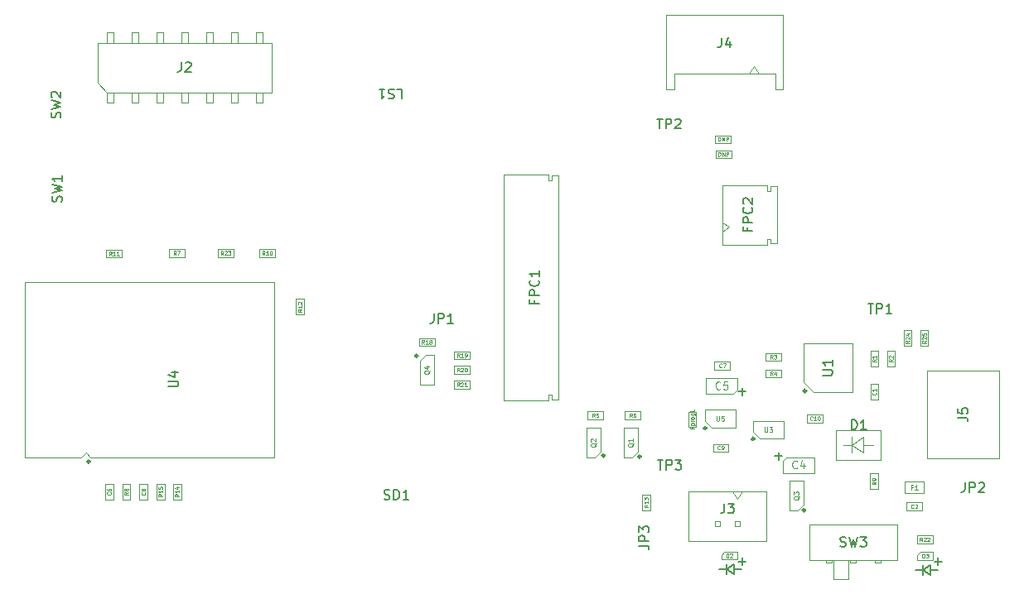
<source format=gbr>
G04 #@! TF.GenerationSoftware,KiCad,Pcbnew,(5.1.6-0)*
G04 #@! TF.CreationDate,2022-04-06T12:43:26+02:00*
G04 #@! TF.ProjectId,ESP32_TFT_bridgedpads,45535033-325f-4544-9654-5f6272696467,rev?*
G04 #@! TF.SameCoordinates,Original*
G04 #@! TF.FileFunction,Other,Fab,Top*
%FSLAX46Y46*%
G04 Gerber Fmt 4.6, Leading zero omitted, Abs format (unit mm)*
G04 Created by KiCad (PCBNEW (5.1.6-0)) date 2022-04-06 12:43:26*
%MOMM*%
%LPD*%
G01*
G04 APERTURE LIST*
%ADD10C,0.250000*%
%ADD11C,0.150000*%
%ADD12C,0.100000*%
%ADD13C,0.060000*%
%ADD14C,0.080000*%
%ADD15C,0.075000*%
%ADD16C,0.120000*%
G04 APERTURE END LIST*
D10*
X45341421Y-83300000D02*
G75*
G03*
X45341421Y-83300000I-141421J0D01*
G01*
X78841421Y-72500000D02*
G75*
G03*
X78841421Y-72500000I-141421J0D01*
G01*
X97941421Y-82700000D02*
G75*
G03*
X97941421Y-82700000I-141421J0D01*
G01*
X101641421Y-82800000D02*
G75*
G03*
X101641421Y-82800000I-141421J0D01*
G01*
X118441421Y-88300000D02*
G75*
G03*
X118441421Y-88300000I-141421J0D01*
G01*
X118541421Y-76100000D02*
G75*
G03*
X118541421Y-76100000I-141421J0D01*
G01*
X108341421Y-79900000D02*
G75*
G03*
X108341421Y-79900000I-141421J0D01*
G01*
X113241421Y-81000000D02*
G75*
G03*
X113241421Y-81000000I-141421J0D01*
G01*
D11*
X131200000Y-94400000D02*
X131950000Y-94400000D01*
X131200000Y-93900000D02*
X130450000Y-94400000D01*
X131200000Y-93900000D02*
X131200000Y-94900000D01*
X130450000Y-94400000D02*
X131200000Y-94900000D01*
X130450000Y-94400000D02*
X129700000Y-94400000D01*
X130450000Y-93900000D02*
X130450000Y-94900000D01*
X110400000Y-94350000D02*
X109650000Y-94350000D01*
X111150000Y-94350000D02*
X111900000Y-94350000D01*
X110400000Y-93850000D02*
X110400000Y-94850000D01*
X110400000Y-94350000D02*
X111150000Y-94850000D01*
X111150000Y-93850000D02*
X110400000Y-94350000D01*
X111150000Y-93850000D02*
X111150000Y-94850000D01*
X131619047Y-93571428D02*
X132380952Y-93571428D01*
X132000000Y-93952380D02*
X132000000Y-93190476D01*
X111619047Y-93571428D02*
X112380952Y-93571428D01*
X112000000Y-93952380D02*
X112000000Y-93190476D01*
X115319047Y-82771428D02*
X116080952Y-82771428D01*
X115700000Y-83152380D02*
X115700000Y-82390476D01*
X111619047Y-76171428D02*
X112380952Y-76171428D01*
X112000000Y-76552380D02*
X112000000Y-75790476D01*
D12*
X121330000Y-93380000D02*
X121330000Y-93380000D01*
X121330000Y-95380000D02*
X121330000Y-93380000D01*
X122830000Y-95380000D02*
X121330000Y-95380000D01*
X122830000Y-93380000D02*
X122830000Y-95380000D01*
X126130000Y-93380000D02*
X126130000Y-93380000D01*
X126130000Y-93680000D02*
X126130000Y-93380000D01*
X125530000Y-93680000D02*
X126130000Y-93680000D01*
X125530000Y-93380000D02*
X125530000Y-93680000D01*
X120530000Y-93380000D02*
X120530000Y-93380000D01*
X120530000Y-93680000D02*
X120530000Y-93380000D01*
X121130000Y-93680000D02*
X120530000Y-93680000D01*
X121130000Y-93380000D02*
X121130000Y-93680000D01*
X123030000Y-93380000D02*
X123030000Y-93380000D01*
X123030000Y-93680000D02*
X123030000Y-93380000D01*
X123630000Y-93680000D02*
X123030000Y-93680000D01*
X123630000Y-93380000D02*
X123630000Y-93680000D01*
X121830000Y-93380000D02*
X121830000Y-93380000D01*
X118830000Y-93380000D02*
X118830000Y-93380000D01*
X118830000Y-89780000D02*
X118830000Y-93380000D01*
X118830000Y-93380000D02*
X118830000Y-93380000D01*
X118930000Y-93380000D02*
X118830000Y-93380000D01*
X127830000Y-93380000D02*
X118930000Y-93380000D01*
X127830000Y-89780000D02*
X127830000Y-93380000D01*
X118830000Y-89780000D02*
X127830000Y-89780000D01*
X130925000Y-82970000D02*
X138275000Y-82970000D01*
X138275000Y-82970000D02*
X138275000Y-74030000D01*
X138275000Y-74030000D02*
X130925000Y-74030000D01*
X130925000Y-82970000D02*
X130925000Y-74030000D01*
X109250000Y-50740000D02*
X109250000Y-49940000D01*
X109250000Y-49940000D02*
X110850000Y-49940000D01*
X110850000Y-49940000D02*
X110850000Y-50740000D01*
X110850000Y-50740000D02*
X109250000Y-50740000D01*
X130200000Y-69900000D02*
X131000000Y-69900000D01*
X131000000Y-69900000D02*
X131000000Y-71500000D01*
X131000000Y-71500000D02*
X130200000Y-71500000D01*
X130200000Y-71500000D02*
X130200000Y-69900000D01*
X128500000Y-69900000D02*
X129300000Y-69900000D01*
X129300000Y-69900000D02*
X129300000Y-71500000D01*
X129300000Y-71500000D02*
X128500000Y-71500000D01*
X128500000Y-71500000D02*
X128500000Y-69900000D01*
X128580000Y-86590000D02*
X128580000Y-85390000D01*
X128580000Y-85390000D02*
X130580000Y-85390000D01*
X130580000Y-85390000D02*
X130580000Y-86590000D01*
X130580000Y-86590000D02*
X128580000Y-86590000D01*
X128790000Y-88320000D02*
X128790000Y-87520000D01*
X128790000Y-87520000D02*
X130390000Y-87520000D01*
X130390000Y-87520000D02*
X130390000Y-88320000D01*
X130390000Y-88320000D02*
X128790000Y-88320000D01*
X60000000Y-61600000D02*
X60000000Y-62400000D01*
X60000000Y-62400000D02*
X58400000Y-62400000D01*
X58400000Y-62400000D02*
X58400000Y-61600000D01*
X58400000Y-61600000D02*
X60000000Y-61600000D01*
X129850000Y-91700000D02*
X129850000Y-90900000D01*
X129850000Y-90900000D02*
X131450000Y-90900000D01*
X131450000Y-90900000D02*
X131450000Y-91700000D01*
X131450000Y-91700000D02*
X129850000Y-91700000D01*
X82550000Y-75850000D02*
X82550000Y-75050000D01*
X82550000Y-75050000D02*
X84150000Y-75050000D01*
X84150000Y-75050000D02*
X84150000Y-75850000D01*
X84150000Y-75850000D02*
X82550000Y-75850000D01*
X82550000Y-74350000D02*
X82550000Y-73550000D01*
X82550000Y-73550000D02*
X84150000Y-73550000D01*
X84150000Y-73550000D02*
X84150000Y-74350000D01*
X84150000Y-74350000D02*
X82550000Y-74350000D01*
X82550000Y-72850000D02*
X82550000Y-72050000D01*
X82550000Y-72050000D02*
X84150000Y-72050000D01*
X84150000Y-72050000D02*
X84150000Y-72850000D01*
X84150000Y-72850000D02*
X82550000Y-72850000D01*
X80550000Y-70700000D02*
X80550000Y-71500000D01*
X80550000Y-71500000D02*
X78950000Y-71500000D01*
X78950000Y-71500000D02*
X78950000Y-70700000D01*
X78950000Y-70700000D02*
X80550000Y-70700000D01*
X47000000Y-62450000D02*
X47000000Y-61650000D01*
X47000000Y-61650000D02*
X48600000Y-61650000D01*
X48600000Y-61650000D02*
X48600000Y-62450000D01*
X48600000Y-62450000D02*
X47000000Y-62450000D01*
X55000000Y-61600000D02*
X55000000Y-62400000D01*
X55000000Y-62400000D02*
X53400000Y-62400000D01*
X53400000Y-62400000D02*
X53400000Y-61600000D01*
X53400000Y-61600000D02*
X55000000Y-61600000D01*
X79100000Y-73000000D02*
X79100000Y-75450000D01*
X79650000Y-72430000D02*
X80500000Y-72430000D01*
X79100000Y-73000000D02*
X79650000Y-72430000D01*
X80500000Y-72430000D02*
X80500000Y-75470000D01*
X79100000Y-75470000D02*
X80500000Y-75470000D01*
X63890000Y-40460000D02*
X63890000Y-45540000D01*
X46110000Y-44590000D02*
X46110000Y-40460000D01*
X63890000Y-45540000D02*
X47060000Y-45540000D01*
X47060000Y-45540000D02*
X46110000Y-44590000D01*
X46110000Y-40460000D02*
X63890000Y-40460000D01*
X47060000Y-45540000D02*
X47060000Y-46600000D01*
X47060000Y-46600000D02*
X47700000Y-46600000D01*
X47700000Y-46600000D02*
X47700000Y-45540000D01*
X47060000Y-40460000D02*
X47060000Y-39400000D01*
X47060000Y-39400000D02*
X47700000Y-39400000D01*
X47700000Y-39400000D02*
X47700000Y-40460000D01*
X49600000Y-45540000D02*
X49600000Y-46600000D01*
X49600000Y-46600000D02*
X50240000Y-46600000D01*
X50240000Y-46600000D02*
X50240000Y-45540000D01*
X49600000Y-40460000D02*
X49600000Y-39400000D01*
X49600000Y-39400000D02*
X50240000Y-39400000D01*
X50240000Y-39400000D02*
X50240000Y-40460000D01*
X52140000Y-45540000D02*
X52140000Y-46600000D01*
X52140000Y-46600000D02*
X52780000Y-46600000D01*
X52780000Y-46600000D02*
X52780000Y-45540000D01*
X52140000Y-40460000D02*
X52140000Y-39400000D01*
X52140000Y-39400000D02*
X52780000Y-39400000D01*
X52780000Y-39400000D02*
X52780000Y-40460000D01*
X54680000Y-45540000D02*
X54680000Y-46600000D01*
X54680000Y-46600000D02*
X55320000Y-46600000D01*
X55320000Y-46600000D02*
X55320000Y-45540000D01*
X54680000Y-40460000D02*
X54680000Y-39400000D01*
X54680000Y-39400000D02*
X55320000Y-39400000D01*
X55320000Y-39400000D02*
X55320000Y-40460000D01*
X57220000Y-45540000D02*
X57220000Y-46600000D01*
X57220000Y-46600000D02*
X57860000Y-46600000D01*
X57860000Y-46600000D02*
X57860000Y-45540000D01*
X57220000Y-40460000D02*
X57220000Y-39400000D01*
X57220000Y-39400000D02*
X57860000Y-39400000D01*
X57860000Y-39400000D02*
X57860000Y-40460000D01*
X59760000Y-45540000D02*
X59760000Y-46600000D01*
X59760000Y-46600000D02*
X60400000Y-46600000D01*
X60400000Y-46600000D02*
X60400000Y-45540000D01*
X59760000Y-40460000D02*
X59760000Y-39400000D01*
X59760000Y-39400000D02*
X60400000Y-39400000D01*
X60400000Y-39400000D02*
X60400000Y-40460000D01*
X62300000Y-45540000D02*
X62300000Y-46600000D01*
X62300000Y-46600000D02*
X62940000Y-46600000D01*
X62940000Y-46600000D02*
X62940000Y-45540000D01*
X62300000Y-40460000D02*
X62300000Y-39400000D01*
X62300000Y-39400000D02*
X62940000Y-39400000D01*
X62940000Y-39400000D02*
X62940000Y-40460000D01*
X131500000Y-92600000D02*
X130200000Y-92600000D01*
X130200000Y-92600000D02*
X129900000Y-92900000D01*
X129900000Y-92900000D02*
X129900000Y-93400000D01*
X129900000Y-93400000D02*
X131500000Y-93400000D01*
X131500000Y-93400000D02*
X131500000Y-92600000D01*
X114455000Y-86420000D02*
X106505000Y-86420000D01*
X114455000Y-91420000D02*
X106505000Y-91420000D01*
X114455000Y-86420000D02*
X114455000Y-91420000D01*
X106505000Y-86420000D02*
X106505000Y-91420000D01*
X111730000Y-89920000D02*
X111730000Y-89420000D01*
X111730000Y-89420000D02*
X111230000Y-89420000D01*
X111230000Y-89420000D02*
X111230000Y-89920000D01*
X111230000Y-89920000D02*
X111730000Y-89920000D01*
X109730000Y-89920000D02*
X109730000Y-89420000D01*
X109730000Y-89420000D02*
X109230000Y-89420000D01*
X109230000Y-89420000D02*
X109230000Y-89920000D01*
X109230000Y-89920000D02*
X109730000Y-89920000D01*
X111980000Y-86420000D02*
X111480000Y-87127107D01*
X111480000Y-87127107D02*
X110980000Y-86420000D01*
X120230000Y-78510000D02*
X120230000Y-79310000D01*
X120230000Y-79310000D02*
X118630000Y-79310000D01*
X118630000Y-79310000D02*
X118630000Y-78510000D01*
X118630000Y-78510000D02*
X120230000Y-78510000D01*
X93200000Y-54060000D02*
X93200000Y-65510000D01*
X92500000Y-54060000D02*
X93200000Y-54060000D01*
X92500000Y-54560000D02*
X92500000Y-54060000D01*
X92200000Y-54560000D02*
X92500000Y-54560000D01*
X92200000Y-53960000D02*
X92200000Y-54560000D01*
X87600000Y-53960000D02*
X92200000Y-53960000D01*
X87600000Y-65510000D02*
X87600000Y-53960000D01*
X93200000Y-76960000D02*
X93200000Y-65510000D01*
X92500000Y-76960000D02*
X93200000Y-76960000D01*
X92500000Y-76460000D02*
X92500000Y-76960000D01*
X92200000Y-76460000D02*
X92500000Y-76460000D01*
X92200000Y-77060000D02*
X92200000Y-76460000D01*
X87600000Y-77060000D02*
X92200000Y-77060000D01*
X87600000Y-65510000D02*
X87600000Y-77060000D01*
X64190000Y-64930000D02*
X38685000Y-64930000D01*
X64190000Y-82930000D02*
X64190000Y-64930000D01*
X38685000Y-82930000D02*
X44410000Y-82930000D01*
X38685000Y-82930000D02*
X38685000Y-64930000D01*
X45410000Y-82930000D02*
X64190000Y-82930000D01*
X44910000Y-82430000D02*
X44410000Y-82930000D01*
X45410000Y-82930000D02*
X44910000Y-82430000D01*
X125100000Y-75400000D02*
X125900000Y-75400000D01*
X125900000Y-75400000D02*
X125900000Y-77000000D01*
X125900000Y-77000000D02*
X125100000Y-77000000D01*
X125100000Y-77000000D02*
X125100000Y-75400000D01*
X119330000Y-84480000D02*
X119330000Y-82880000D01*
X116130000Y-84480000D02*
X119330000Y-84480000D01*
X116130000Y-83280000D02*
X116130000Y-84480000D01*
X116530000Y-82880000D02*
X116130000Y-83280000D01*
X119330000Y-82880000D02*
X116530000Y-82880000D01*
X108290000Y-76370000D02*
X111090000Y-76370000D01*
X111090000Y-76370000D02*
X111490000Y-75970000D01*
X111490000Y-75970000D02*
X111490000Y-74770000D01*
X111490000Y-74770000D02*
X108290000Y-74770000D01*
X108290000Y-74770000D02*
X108290000Y-76370000D01*
X46900000Y-85600000D02*
X47700000Y-85600000D01*
X47700000Y-85600000D02*
X47700000Y-87200000D01*
X47700000Y-87200000D02*
X46900000Y-87200000D01*
X46900000Y-87200000D02*
X46900000Y-85600000D01*
X110760000Y-73110000D02*
X110760000Y-73910000D01*
X110760000Y-73910000D02*
X109160000Y-73910000D01*
X109160000Y-73910000D02*
X109160000Y-73110000D01*
X109160000Y-73110000D02*
X110760000Y-73110000D01*
X50400000Y-85600000D02*
X51200000Y-85600000D01*
X51200000Y-85600000D02*
X51200000Y-87200000D01*
X51200000Y-87200000D02*
X50400000Y-87200000D01*
X50400000Y-87200000D02*
X50400000Y-85600000D01*
X109000000Y-81520000D02*
X110600000Y-81520000D01*
X109000000Y-82320000D02*
X109000000Y-81520000D01*
X110600000Y-82320000D02*
X109000000Y-82320000D01*
X110600000Y-81520000D02*
X110600000Y-82320000D01*
X126150000Y-83130000D02*
X121550000Y-83130000D01*
X121550000Y-83130000D02*
X121550000Y-80130000D01*
X126150000Y-80130000D02*
X126150000Y-83130000D01*
X126150000Y-80130000D02*
X121550000Y-80130000D01*
X123200560Y-81631020D02*
X122298860Y-81631020D01*
X124351180Y-81631020D02*
X125349400Y-81631020D01*
X123200560Y-80830920D02*
X123200560Y-82431120D01*
X124351180Y-82380320D02*
X124351180Y-80830920D01*
X123200560Y-81631020D02*
X124351180Y-82380320D01*
X123200560Y-81631020D02*
X124351180Y-80830920D01*
X111470000Y-92560000D02*
X110170000Y-92560000D01*
X110170000Y-92560000D02*
X109870000Y-92860000D01*
X109870000Y-92860000D02*
X109870000Y-93360000D01*
X109870000Y-93360000D02*
X111470000Y-93360000D01*
X111470000Y-93360000D02*
X111470000Y-92560000D01*
X109980000Y-58070000D02*
X109980000Y-61120000D01*
X109980000Y-61120000D02*
X114580000Y-61120000D01*
X114580000Y-61120000D02*
X114580000Y-60520000D01*
X114580000Y-60520000D02*
X114880000Y-60520000D01*
X114880000Y-60520000D02*
X114880000Y-61020000D01*
X114880000Y-61020000D02*
X115580000Y-61020000D01*
X115580000Y-61020000D02*
X115580000Y-58070000D01*
X109980000Y-58070000D02*
X109980000Y-55020000D01*
X109980000Y-55020000D02*
X114580000Y-55020000D01*
X114580000Y-55020000D02*
X114580000Y-55620000D01*
X114580000Y-55620000D02*
X114880000Y-55620000D01*
X114880000Y-55620000D02*
X114880000Y-55120000D01*
X114880000Y-55120000D02*
X115580000Y-55120000D01*
X115580000Y-55120000D02*
X115580000Y-58070000D01*
X109980000Y-59820000D02*
X110687107Y-59320000D01*
X110687107Y-59320000D02*
X109980000Y-58820000D01*
X101300000Y-79880000D02*
X99900000Y-79880000D01*
X99900000Y-82920000D02*
X99900000Y-79880000D01*
X101300000Y-82350000D02*
X100750000Y-82920000D01*
X100750000Y-82920000D02*
X99900000Y-82920000D01*
X101300000Y-82350000D02*
X101300000Y-79900000D01*
X97500000Y-82350000D02*
X97500000Y-79900000D01*
X96950000Y-82920000D02*
X96100000Y-82920000D01*
X97500000Y-82350000D02*
X96950000Y-82920000D01*
X96100000Y-82920000D02*
X96100000Y-79880000D01*
X97500000Y-79880000D02*
X96100000Y-79880000D01*
X118230000Y-87770000D02*
X118230000Y-85320000D01*
X117680000Y-88340000D02*
X116830000Y-88340000D01*
X118230000Y-87770000D02*
X117680000Y-88340000D01*
X116830000Y-88340000D02*
X116830000Y-85300000D01*
X118230000Y-85300000D02*
X116830000Y-85300000D01*
X125100000Y-72000000D02*
X125900000Y-72000000D01*
X125900000Y-72000000D02*
X125900000Y-73600000D01*
X125900000Y-73600000D02*
X125100000Y-73600000D01*
X125100000Y-73600000D02*
X125100000Y-72000000D01*
X127600000Y-72000000D02*
X127600000Y-73600000D01*
X126800000Y-72000000D02*
X127600000Y-72000000D01*
X126800000Y-73600000D02*
X126800000Y-72000000D01*
X127600000Y-73600000D02*
X126800000Y-73600000D01*
X115970000Y-73010000D02*
X114370000Y-73010000D01*
X115970000Y-72210000D02*
X115970000Y-73010000D01*
X114370000Y-72210000D02*
X115970000Y-72210000D01*
X114370000Y-73010000D02*
X114370000Y-72210000D01*
X114370000Y-74710000D02*
X114370000Y-73910000D01*
X114370000Y-73910000D02*
X115970000Y-73910000D01*
X115970000Y-73910000D02*
X115970000Y-74710000D01*
X115970000Y-74710000D02*
X114370000Y-74710000D01*
X96187500Y-79000000D02*
X96187500Y-78200000D01*
X96187500Y-78200000D02*
X97787500Y-78200000D01*
X97787500Y-78200000D02*
X97787500Y-79000000D01*
X97787500Y-79000000D02*
X96187500Y-79000000D01*
X101600000Y-79000000D02*
X100000000Y-79000000D01*
X101600000Y-78200000D02*
X101600000Y-79000000D01*
X100000000Y-78200000D02*
X101600000Y-78200000D01*
X100000000Y-79000000D02*
X100000000Y-78200000D01*
X49450000Y-87200000D02*
X48650000Y-87200000D01*
X48650000Y-87200000D02*
X48650000Y-85600000D01*
X48650000Y-85600000D02*
X49450000Y-85600000D01*
X49450000Y-85600000D02*
X49450000Y-87200000D01*
X125080000Y-84540000D02*
X125880000Y-84540000D01*
X125880000Y-84540000D02*
X125880000Y-86140000D01*
X125880000Y-86140000D02*
X125080000Y-86140000D01*
X125080000Y-86140000D02*
X125080000Y-84540000D01*
X62650000Y-61600000D02*
X64250000Y-61600000D01*
X62650000Y-62400000D02*
X62650000Y-61600000D01*
X64250000Y-62400000D02*
X62650000Y-62400000D01*
X64250000Y-61600000D02*
X64250000Y-62400000D01*
X66400000Y-68287500D02*
X66400000Y-66687500D01*
X67200000Y-68287500D02*
X66400000Y-68287500D01*
X67200000Y-66687500D02*
X67200000Y-68287500D01*
X66400000Y-66687500D02*
X67200000Y-66687500D01*
X102600000Y-88300000D02*
X101800000Y-88300000D01*
X101800000Y-88300000D02*
X101800000Y-86700000D01*
X101800000Y-86700000D02*
X102600000Y-86700000D01*
X102600000Y-86700000D02*
X102600000Y-88300000D01*
X54650000Y-87200000D02*
X53850000Y-87200000D01*
X53850000Y-87200000D02*
X53850000Y-85600000D01*
X53850000Y-85600000D02*
X54650000Y-85600000D01*
X54650000Y-85600000D02*
X54650000Y-87200000D01*
X52150000Y-87200000D02*
X52150000Y-85600000D01*
X52950000Y-87200000D02*
X52150000Y-87200000D01*
X52950000Y-85600000D02*
X52950000Y-87200000D01*
X52150000Y-85600000D02*
X52950000Y-85600000D01*
X106470000Y-79810000D02*
X106470000Y-78210000D01*
X107270000Y-79810000D02*
X106470000Y-79810000D01*
X107270000Y-78210000D02*
X107270000Y-79810000D01*
X106470000Y-78210000D02*
X107270000Y-78210000D01*
X118270000Y-75230000D02*
X118270000Y-71230000D01*
X118270000Y-71230000D02*
X123270000Y-71230000D01*
X123270000Y-71230000D02*
X123270000Y-76230000D01*
X123270000Y-76230000D02*
X119270000Y-76230000D01*
X119270000Y-76230000D02*
X118270000Y-75230000D01*
X113110000Y-79170000D02*
X116210000Y-79170000D01*
X116210000Y-79170000D02*
X116210000Y-80970000D01*
X113760000Y-80970000D02*
X116210000Y-80970000D01*
X113110000Y-79170000D02*
X113110000Y-80320000D01*
X113760000Y-80970000D02*
X113110000Y-80320000D01*
X108840000Y-79830000D02*
X108190000Y-79180000D01*
X108190000Y-78030000D02*
X108190000Y-79180000D01*
X108840000Y-79830000D02*
X111290000Y-79830000D01*
X111290000Y-78030000D02*
X111290000Y-79830000D01*
X108190000Y-78030000D02*
X111290000Y-78030000D01*
X110870000Y-52270000D02*
X109270000Y-52270000D01*
X110870000Y-51470000D02*
X110870000Y-52270000D01*
X109270000Y-51470000D02*
X110870000Y-51470000D01*
X109270000Y-52270000D02*
X109270000Y-51470000D01*
X116150000Y-45200000D02*
X115350000Y-45200000D01*
X115350000Y-45200000D02*
X115350000Y-43600000D01*
X115350000Y-43600000D02*
X105050000Y-43600000D01*
X105050000Y-43600000D02*
X105050000Y-45200000D01*
X105050000Y-45200000D02*
X104250000Y-45200000D01*
X116150000Y-37600000D02*
X104250000Y-37600000D01*
X116150000Y-45200000D02*
X116150000Y-37600000D01*
X104250000Y-45200000D02*
X104250000Y-37600000D01*
X113700000Y-43600000D02*
X113200000Y-42892893D01*
X113200000Y-42892893D02*
X112700000Y-43600000D01*
D11*
X134766666Y-85452380D02*
X134766666Y-86166666D01*
X134719047Y-86309523D01*
X134623809Y-86404761D01*
X134480952Y-86452380D01*
X134385714Y-86452380D01*
X135242857Y-86452380D02*
X135242857Y-85452380D01*
X135623809Y-85452380D01*
X135719047Y-85500000D01*
X135766666Y-85547619D01*
X135814285Y-85642857D01*
X135814285Y-85785714D01*
X135766666Y-85880952D01*
X135719047Y-85928571D01*
X135623809Y-85976190D01*
X135242857Y-85976190D01*
X136195238Y-85547619D02*
X136242857Y-85500000D01*
X136338095Y-85452380D01*
X136576190Y-85452380D01*
X136671428Y-85500000D01*
X136719047Y-85547619D01*
X136766666Y-85642857D01*
X136766666Y-85738095D01*
X136719047Y-85880952D01*
X136147619Y-86452380D01*
X136766666Y-86452380D01*
X101452380Y-91933333D02*
X102166666Y-91933333D01*
X102309523Y-91980952D01*
X102404761Y-92076190D01*
X102452380Y-92219047D01*
X102452380Y-92314285D01*
X102452380Y-91457142D02*
X101452380Y-91457142D01*
X101452380Y-91076190D01*
X101500000Y-90980952D01*
X101547619Y-90933333D01*
X101642857Y-90885714D01*
X101785714Y-90885714D01*
X101880952Y-90933333D01*
X101928571Y-90980952D01*
X101976190Y-91076190D01*
X101976190Y-91457142D01*
X101452380Y-90552380D02*
X101452380Y-89933333D01*
X101833333Y-90266666D01*
X101833333Y-90123809D01*
X101880952Y-90028571D01*
X101928571Y-89980952D01*
X102023809Y-89933333D01*
X102261904Y-89933333D01*
X102357142Y-89980952D01*
X102404761Y-90028571D01*
X102452380Y-90123809D01*
X102452380Y-90409523D01*
X102404761Y-90504761D01*
X102357142Y-90552380D01*
X80466666Y-68152380D02*
X80466666Y-68866666D01*
X80419047Y-69009523D01*
X80323809Y-69104761D01*
X80180952Y-69152380D01*
X80085714Y-69152380D01*
X80942857Y-69152380D02*
X80942857Y-68152380D01*
X81323809Y-68152380D01*
X81419047Y-68200000D01*
X81466666Y-68247619D01*
X81514285Y-68342857D01*
X81514285Y-68485714D01*
X81466666Y-68580952D01*
X81419047Y-68628571D01*
X81323809Y-68676190D01*
X80942857Y-68676190D01*
X82466666Y-69152380D02*
X81895238Y-69152380D01*
X82180952Y-69152380D02*
X82180952Y-68152380D01*
X82085714Y-68295238D01*
X81990476Y-68390476D01*
X81895238Y-68438095D01*
X121996666Y-91984761D02*
X122139523Y-92032380D01*
X122377619Y-92032380D01*
X122472857Y-91984761D01*
X122520476Y-91937142D01*
X122568095Y-91841904D01*
X122568095Y-91746666D01*
X122520476Y-91651428D01*
X122472857Y-91603809D01*
X122377619Y-91556190D01*
X122187142Y-91508571D01*
X122091904Y-91460952D01*
X122044285Y-91413333D01*
X121996666Y-91318095D01*
X121996666Y-91222857D01*
X122044285Y-91127619D01*
X122091904Y-91080000D01*
X122187142Y-91032380D01*
X122425238Y-91032380D01*
X122568095Y-91080000D01*
X122901428Y-91032380D02*
X123139523Y-92032380D01*
X123330000Y-91318095D01*
X123520476Y-92032380D01*
X123758571Y-91032380D01*
X124044285Y-91032380D02*
X124663333Y-91032380D01*
X124330000Y-91413333D01*
X124472857Y-91413333D01*
X124568095Y-91460952D01*
X124615714Y-91508571D01*
X124663333Y-91603809D01*
X124663333Y-91841904D01*
X124615714Y-91937142D01*
X124568095Y-91984761D01*
X124472857Y-92032380D01*
X124187142Y-92032380D01*
X124091904Y-91984761D01*
X124044285Y-91937142D01*
X134052380Y-78833333D02*
X134766666Y-78833333D01*
X134909523Y-78880952D01*
X135004761Y-78976190D01*
X135052380Y-79119047D01*
X135052380Y-79214285D01*
X134052380Y-77880952D02*
X134052380Y-78357142D01*
X134528571Y-78404761D01*
X134480952Y-78357142D01*
X134433333Y-78261904D01*
X134433333Y-78023809D01*
X134480952Y-77928571D01*
X134528571Y-77880952D01*
X134623809Y-77833333D01*
X134861904Y-77833333D01*
X134957142Y-77880952D01*
X135004761Y-77928571D01*
X135052380Y-78023809D01*
X135052380Y-78261904D01*
X135004761Y-78357142D01*
X134957142Y-78404761D01*
D13*
X109535714Y-50520952D02*
X109535714Y-50120952D01*
X109630952Y-50120952D01*
X109688095Y-50140000D01*
X109726190Y-50178095D01*
X109745238Y-50216190D01*
X109764285Y-50292380D01*
X109764285Y-50349523D01*
X109745238Y-50425714D01*
X109726190Y-50463809D01*
X109688095Y-50501904D01*
X109630952Y-50520952D01*
X109535714Y-50520952D01*
X109935714Y-50520952D02*
X109935714Y-50120952D01*
X110164285Y-50520952D01*
X110164285Y-50120952D01*
X110354761Y-50520952D02*
X110354761Y-50120952D01*
X110507142Y-50120952D01*
X110545238Y-50140000D01*
X110564285Y-50159047D01*
X110583333Y-50197142D01*
X110583333Y-50254285D01*
X110564285Y-50292380D01*
X110545238Y-50311428D01*
X110507142Y-50330476D01*
X110354761Y-50330476D01*
X130780952Y-70957142D02*
X130590476Y-71090476D01*
X130780952Y-71185714D02*
X130380952Y-71185714D01*
X130380952Y-71033333D01*
X130400000Y-70995238D01*
X130419047Y-70976190D01*
X130457142Y-70957142D01*
X130514285Y-70957142D01*
X130552380Y-70976190D01*
X130571428Y-70995238D01*
X130590476Y-71033333D01*
X130590476Y-71185714D01*
X130419047Y-70804761D02*
X130400000Y-70785714D01*
X130380952Y-70747619D01*
X130380952Y-70652380D01*
X130400000Y-70614285D01*
X130419047Y-70595238D01*
X130457142Y-70576190D01*
X130495238Y-70576190D01*
X130552380Y-70595238D01*
X130780952Y-70823809D01*
X130780952Y-70576190D01*
X130380952Y-70214285D02*
X130380952Y-70404761D01*
X130571428Y-70423809D01*
X130552380Y-70404761D01*
X130533333Y-70366666D01*
X130533333Y-70271428D01*
X130552380Y-70233333D01*
X130571428Y-70214285D01*
X130609523Y-70195238D01*
X130704761Y-70195238D01*
X130742857Y-70214285D01*
X130761904Y-70233333D01*
X130780952Y-70271428D01*
X130780952Y-70366666D01*
X130761904Y-70404761D01*
X130742857Y-70423809D01*
X129080952Y-70957142D02*
X128890476Y-71090476D01*
X129080952Y-71185714D02*
X128680952Y-71185714D01*
X128680952Y-71033333D01*
X128700000Y-70995238D01*
X128719047Y-70976190D01*
X128757142Y-70957142D01*
X128814285Y-70957142D01*
X128852380Y-70976190D01*
X128871428Y-70995238D01*
X128890476Y-71033333D01*
X128890476Y-71185714D01*
X128719047Y-70804761D02*
X128700000Y-70785714D01*
X128680952Y-70747619D01*
X128680952Y-70652380D01*
X128700000Y-70614285D01*
X128719047Y-70595238D01*
X128757142Y-70576190D01*
X128795238Y-70576190D01*
X128852380Y-70595238D01*
X129080952Y-70823809D01*
X129080952Y-70576190D01*
X128814285Y-70233333D02*
X129080952Y-70233333D01*
X128661904Y-70328571D02*
X128947619Y-70423809D01*
X128947619Y-70176190D01*
D14*
X129413333Y-85954285D02*
X129246666Y-85954285D01*
X129246666Y-86216190D02*
X129246666Y-85716190D01*
X129484761Y-85716190D01*
X129937142Y-86216190D02*
X129651428Y-86216190D01*
X129794285Y-86216190D02*
X129794285Y-85716190D01*
X129746666Y-85787619D01*
X129699047Y-85835238D01*
X129651428Y-85859047D01*
D13*
X129523333Y-88062857D02*
X129504285Y-88081904D01*
X129447142Y-88100952D01*
X129409047Y-88100952D01*
X129351904Y-88081904D01*
X129313809Y-88043809D01*
X129294761Y-88005714D01*
X129275714Y-87929523D01*
X129275714Y-87872380D01*
X129294761Y-87796190D01*
X129313809Y-87758095D01*
X129351904Y-87720000D01*
X129409047Y-87700952D01*
X129447142Y-87700952D01*
X129504285Y-87720000D01*
X129523333Y-87739047D01*
X129675714Y-87739047D02*
X129694761Y-87720000D01*
X129732857Y-87700952D01*
X129828095Y-87700952D01*
X129866190Y-87720000D01*
X129885238Y-87739047D01*
X129904285Y-87777142D01*
X129904285Y-87815238D01*
X129885238Y-87872380D01*
X129656666Y-88100952D01*
X129904285Y-88100952D01*
D11*
X76692857Y-45197619D02*
X77169047Y-45197619D01*
X77169047Y-46197619D01*
X76407142Y-45245238D02*
X76264285Y-45197619D01*
X76026190Y-45197619D01*
X75930952Y-45245238D01*
X75883333Y-45292857D01*
X75835714Y-45388095D01*
X75835714Y-45483333D01*
X75883333Y-45578571D01*
X75930952Y-45626190D01*
X76026190Y-45673809D01*
X76216666Y-45721428D01*
X76311904Y-45769047D01*
X76359523Y-45816666D01*
X76407142Y-45911904D01*
X76407142Y-46007142D01*
X76359523Y-46102380D01*
X76311904Y-46150000D01*
X76216666Y-46197619D01*
X75978571Y-46197619D01*
X75835714Y-46150000D01*
X74883333Y-45197619D02*
X75454761Y-45197619D01*
X75169047Y-45197619D02*
X75169047Y-46197619D01*
X75264285Y-46054761D01*
X75359523Y-45959523D01*
X75454761Y-45911904D01*
D13*
X58942857Y-62180952D02*
X58809523Y-61990476D01*
X58714285Y-62180952D02*
X58714285Y-61780952D01*
X58866666Y-61780952D01*
X58904761Y-61800000D01*
X58923809Y-61819047D01*
X58942857Y-61857142D01*
X58942857Y-61914285D01*
X58923809Y-61952380D01*
X58904761Y-61971428D01*
X58866666Y-61990476D01*
X58714285Y-61990476D01*
X59095238Y-61819047D02*
X59114285Y-61800000D01*
X59152380Y-61780952D01*
X59247619Y-61780952D01*
X59285714Y-61800000D01*
X59304761Y-61819047D01*
X59323809Y-61857142D01*
X59323809Y-61895238D01*
X59304761Y-61952380D01*
X59076190Y-62180952D01*
X59323809Y-62180952D01*
X59457142Y-61780952D02*
X59704761Y-61780952D01*
X59571428Y-61933333D01*
X59628571Y-61933333D01*
X59666666Y-61952380D01*
X59685714Y-61971428D01*
X59704761Y-62009523D01*
X59704761Y-62104761D01*
X59685714Y-62142857D01*
X59666666Y-62161904D01*
X59628571Y-62180952D01*
X59514285Y-62180952D01*
X59476190Y-62161904D01*
X59457142Y-62142857D01*
X130392857Y-91480952D02*
X130259523Y-91290476D01*
X130164285Y-91480952D02*
X130164285Y-91080952D01*
X130316666Y-91080952D01*
X130354761Y-91100000D01*
X130373809Y-91119047D01*
X130392857Y-91157142D01*
X130392857Y-91214285D01*
X130373809Y-91252380D01*
X130354761Y-91271428D01*
X130316666Y-91290476D01*
X130164285Y-91290476D01*
X130545238Y-91119047D02*
X130564285Y-91100000D01*
X130602380Y-91080952D01*
X130697619Y-91080952D01*
X130735714Y-91100000D01*
X130754761Y-91119047D01*
X130773809Y-91157142D01*
X130773809Y-91195238D01*
X130754761Y-91252380D01*
X130526190Y-91480952D01*
X130773809Y-91480952D01*
X130926190Y-91119047D02*
X130945238Y-91100000D01*
X130983333Y-91080952D01*
X131078571Y-91080952D01*
X131116666Y-91100000D01*
X131135714Y-91119047D01*
X131154761Y-91157142D01*
X131154761Y-91195238D01*
X131135714Y-91252380D01*
X130907142Y-91480952D01*
X131154761Y-91480952D01*
X83092857Y-75630952D02*
X82959523Y-75440476D01*
X82864285Y-75630952D02*
X82864285Y-75230952D01*
X83016666Y-75230952D01*
X83054761Y-75250000D01*
X83073809Y-75269047D01*
X83092857Y-75307142D01*
X83092857Y-75364285D01*
X83073809Y-75402380D01*
X83054761Y-75421428D01*
X83016666Y-75440476D01*
X82864285Y-75440476D01*
X83245238Y-75269047D02*
X83264285Y-75250000D01*
X83302380Y-75230952D01*
X83397619Y-75230952D01*
X83435714Y-75250000D01*
X83454761Y-75269047D01*
X83473809Y-75307142D01*
X83473809Y-75345238D01*
X83454761Y-75402380D01*
X83226190Y-75630952D01*
X83473809Y-75630952D01*
X83854761Y-75630952D02*
X83626190Y-75630952D01*
X83740476Y-75630952D02*
X83740476Y-75230952D01*
X83702380Y-75288095D01*
X83664285Y-75326190D01*
X83626190Y-75345238D01*
X83092857Y-74130952D02*
X82959523Y-73940476D01*
X82864285Y-74130952D02*
X82864285Y-73730952D01*
X83016666Y-73730952D01*
X83054761Y-73750000D01*
X83073809Y-73769047D01*
X83092857Y-73807142D01*
X83092857Y-73864285D01*
X83073809Y-73902380D01*
X83054761Y-73921428D01*
X83016666Y-73940476D01*
X82864285Y-73940476D01*
X83245238Y-73769047D02*
X83264285Y-73750000D01*
X83302380Y-73730952D01*
X83397619Y-73730952D01*
X83435714Y-73750000D01*
X83454761Y-73769047D01*
X83473809Y-73807142D01*
X83473809Y-73845238D01*
X83454761Y-73902380D01*
X83226190Y-74130952D01*
X83473809Y-74130952D01*
X83721428Y-73730952D02*
X83759523Y-73730952D01*
X83797619Y-73750000D01*
X83816666Y-73769047D01*
X83835714Y-73807142D01*
X83854761Y-73883333D01*
X83854761Y-73978571D01*
X83835714Y-74054761D01*
X83816666Y-74092857D01*
X83797619Y-74111904D01*
X83759523Y-74130952D01*
X83721428Y-74130952D01*
X83683333Y-74111904D01*
X83664285Y-74092857D01*
X83645238Y-74054761D01*
X83626190Y-73978571D01*
X83626190Y-73883333D01*
X83645238Y-73807142D01*
X83664285Y-73769047D01*
X83683333Y-73750000D01*
X83721428Y-73730952D01*
X83092857Y-72630952D02*
X82959523Y-72440476D01*
X82864285Y-72630952D02*
X82864285Y-72230952D01*
X83016666Y-72230952D01*
X83054761Y-72250000D01*
X83073809Y-72269047D01*
X83092857Y-72307142D01*
X83092857Y-72364285D01*
X83073809Y-72402380D01*
X83054761Y-72421428D01*
X83016666Y-72440476D01*
X82864285Y-72440476D01*
X83473809Y-72630952D02*
X83245238Y-72630952D01*
X83359523Y-72630952D02*
X83359523Y-72230952D01*
X83321428Y-72288095D01*
X83283333Y-72326190D01*
X83245238Y-72345238D01*
X83664285Y-72630952D02*
X83740476Y-72630952D01*
X83778571Y-72611904D01*
X83797619Y-72592857D01*
X83835714Y-72535714D01*
X83854761Y-72459523D01*
X83854761Y-72307142D01*
X83835714Y-72269047D01*
X83816666Y-72250000D01*
X83778571Y-72230952D01*
X83702380Y-72230952D01*
X83664285Y-72250000D01*
X83645238Y-72269047D01*
X83626190Y-72307142D01*
X83626190Y-72402380D01*
X83645238Y-72440476D01*
X83664285Y-72459523D01*
X83702380Y-72478571D01*
X83778571Y-72478571D01*
X83816666Y-72459523D01*
X83835714Y-72440476D01*
X83854761Y-72402380D01*
X79492857Y-71280952D02*
X79359523Y-71090476D01*
X79264285Y-71280952D02*
X79264285Y-70880952D01*
X79416666Y-70880952D01*
X79454761Y-70900000D01*
X79473809Y-70919047D01*
X79492857Y-70957142D01*
X79492857Y-71014285D01*
X79473809Y-71052380D01*
X79454761Y-71071428D01*
X79416666Y-71090476D01*
X79264285Y-71090476D01*
X79873809Y-71280952D02*
X79645238Y-71280952D01*
X79759523Y-71280952D02*
X79759523Y-70880952D01*
X79721428Y-70938095D01*
X79683333Y-70976190D01*
X79645238Y-70995238D01*
X80102380Y-71052380D02*
X80064285Y-71033333D01*
X80045238Y-71014285D01*
X80026190Y-70976190D01*
X80026190Y-70957142D01*
X80045238Y-70919047D01*
X80064285Y-70900000D01*
X80102380Y-70880952D01*
X80178571Y-70880952D01*
X80216666Y-70900000D01*
X80235714Y-70919047D01*
X80254761Y-70957142D01*
X80254761Y-70976190D01*
X80235714Y-71014285D01*
X80216666Y-71033333D01*
X80178571Y-71052380D01*
X80102380Y-71052380D01*
X80064285Y-71071428D01*
X80045238Y-71090476D01*
X80026190Y-71128571D01*
X80026190Y-71204761D01*
X80045238Y-71242857D01*
X80064285Y-71261904D01*
X80102380Y-71280952D01*
X80178571Y-71280952D01*
X80216666Y-71261904D01*
X80235714Y-71242857D01*
X80254761Y-71204761D01*
X80254761Y-71128571D01*
X80235714Y-71090476D01*
X80216666Y-71071428D01*
X80178571Y-71052380D01*
X47542857Y-62230952D02*
X47409523Y-62040476D01*
X47314285Y-62230952D02*
X47314285Y-61830952D01*
X47466666Y-61830952D01*
X47504761Y-61850000D01*
X47523809Y-61869047D01*
X47542857Y-61907142D01*
X47542857Y-61964285D01*
X47523809Y-62002380D01*
X47504761Y-62021428D01*
X47466666Y-62040476D01*
X47314285Y-62040476D01*
X47923809Y-62230952D02*
X47695238Y-62230952D01*
X47809523Y-62230952D02*
X47809523Y-61830952D01*
X47771428Y-61888095D01*
X47733333Y-61926190D01*
X47695238Y-61945238D01*
X48304761Y-62230952D02*
X48076190Y-62230952D01*
X48190476Y-62230952D02*
X48190476Y-61830952D01*
X48152380Y-61888095D01*
X48114285Y-61926190D01*
X48076190Y-61945238D01*
X54133333Y-62180952D02*
X54000000Y-61990476D01*
X53904761Y-62180952D02*
X53904761Y-61780952D01*
X54057142Y-61780952D01*
X54095238Y-61800000D01*
X54114285Y-61819047D01*
X54133333Y-61857142D01*
X54133333Y-61914285D01*
X54114285Y-61952380D01*
X54095238Y-61971428D01*
X54057142Y-61990476D01*
X53904761Y-61990476D01*
X54266666Y-61780952D02*
X54533333Y-61780952D01*
X54361904Y-62180952D01*
D15*
X80073809Y-73997619D02*
X80050000Y-74045238D01*
X80002380Y-74092857D01*
X79930952Y-74164285D01*
X79907142Y-74211904D01*
X79907142Y-74259523D01*
X80026190Y-74235714D02*
X80002380Y-74283333D01*
X79954761Y-74330952D01*
X79859523Y-74354761D01*
X79692857Y-74354761D01*
X79597619Y-74330952D01*
X79550000Y-74283333D01*
X79526190Y-74235714D01*
X79526190Y-74140476D01*
X79550000Y-74092857D01*
X79597619Y-74045238D01*
X79692857Y-74021428D01*
X79859523Y-74021428D01*
X79954761Y-74045238D01*
X80002380Y-74092857D01*
X80026190Y-74140476D01*
X80026190Y-74235714D01*
X79692857Y-73592857D02*
X80026190Y-73592857D01*
X79502380Y-73711904D02*
X79859523Y-73830952D01*
X79859523Y-73521428D01*
D11*
X54666666Y-42452380D02*
X54666666Y-43166666D01*
X54619047Y-43309523D01*
X54523809Y-43404761D01*
X54380952Y-43452380D01*
X54285714Y-43452380D01*
X55095238Y-42547619D02*
X55142857Y-42500000D01*
X55238095Y-42452380D01*
X55476190Y-42452380D01*
X55571428Y-42500000D01*
X55619047Y-42547619D01*
X55666666Y-42642857D01*
X55666666Y-42738095D01*
X55619047Y-42880952D01*
X55047619Y-43452380D01*
X55666666Y-43452380D01*
D13*
X130404761Y-93180952D02*
X130404761Y-92780952D01*
X130500000Y-92780952D01*
X130557142Y-92800000D01*
X130595238Y-92838095D01*
X130614285Y-92876190D01*
X130633333Y-92952380D01*
X130633333Y-93009523D01*
X130614285Y-93085714D01*
X130595238Y-93123809D01*
X130557142Y-93161904D01*
X130500000Y-93180952D01*
X130404761Y-93180952D01*
X130766666Y-92780952D02*
X131014285Y-92780952D01*
X130880952Y-92933333D01*
X130938095Y-92933333D01*
X130976190Y-92952380D01*
X130995238Y-92971428D01*
X131014285Y-93009523D01*
X131014285Y-93104761D01*
X130995238Y-93142857D01*
X130976190Y-93161904D01*
X130938095Y-93180952D01*
X130823809Y-93180952D01*
X130785714Y-93161904D01*
X130766666Y-93142857D01*
D11*
X110146666Y-87622380D02*
X110146666Y-88336666D01*
X110099047Y-88479523D01*
X110003809Y-88574761D01*
X109860952Y-88622380D01*
X109765714Y-88622380D01*
X110527619Y-87622380D02*
X111146666Y-87622380D01*
X110813333Y-88003333D01*
X110956190Y-88003333D01*
X111051428Y-88050952D01*
X111099047Y-88098571D01*
X111146666Y-88193809D01*
X111146666Y-88431904D01*
X111099047Y-88527142D01*
X111051428Y-88574761D01*
X110956190Y-88622380D01*
X110670476Y-88622380D01*
X110575238Y-88574761D01*
X110527619Y-88527142D01*
D13*
X119172857Y-79052857D02*
X119153809Y-79071904D01*
X119096666Y-79090952D01*
X119058571Y-79090952D01*
X119001428Y-79071904D01*
X118963333Y-79033809D01*
X118944285Y-78995714D01*
X118925238Y-78919523D01*
X118925238Y-78862380D01*
X118944285Y-78786190D01*
X118963333Y-78748095D01*
X119001428Y-78710000D01*
X119058571Y-78690952D01*
X119096666Y-78690952D01*
X119153809Y-78710000D01*
X119172857Y-78729047D01*
X119553809Y-79090952D02*
X119325238Y-79090952D01*
X119439523Y-79090952D02*
X119439523Y-78690952D01*
X119401428Y-78748095D01*
X119363333Y-78786190D01*
X119325238Y-78805238D01*
X119801428Y-78690952D02*
X119839523Y-78690952D01*
X119877619Y-78710000D01*
X119896666Y-78729047D01*
X119915714Y-78767142D01*
X119934761Y-78843333D01*
X119934761Y-78938571D01*
X119915714Y-79014761D01*
X119896666Y-79052857D01*
X119877619Y-79071904D01*
X119839523Y-79090952D01*
X119801428Y-79090952D01*
X119763333Y-79071904D01*
X119744285Y-79052857D01*
X119725238Y-79014761D01*
X119706190Y-78938571D01*
X119706190Y-78843333D01*
X119725238Y-78767142D01*
X119744285Y-78729047D01*
X119763333Y-78710000D01*
X119801428Y-78690952D01*
D11*
X90728571Y-66843333D02*
X90728571Y-67176666D01*
X91252380Y-67176666D02*
X90252380Y-67176666D01*
X90252380Y-66700476D01*
X91252380Y-66319523D02*
X90252380Y-66319523D01*
X90252380Y-65938571D01*
X90300000Y-65843333D01*
X90347619Y-65795714D01*
X90442857Y-65748095D01*
X90585714Y-65748095D01*
X90680952Y-65795714D01*
X90728571Y-65843333D01*
X90776190Y-65938571D01*
X90776190Y-66319523D01*
X91157142Y-64748095D02*
X91204761Y-64795714D01*
X91252380Y-64938571D01*
X91252380Y-65033809D01*
X91204761Y-65176666D01*
X91109523Y-65271904D01*
X91014285Y-65319523D01*
X90823809Y-65367142D01*
X90680952Y-65367142D01*
X90490476Y-65319523D01*
X90395238Y-65271904D01*
X90300000Y-65176666D01*
X90252380Y-65033809D01*
X90252380Y-64938571D01*
X90300000Y-64795714D01*
X90347619Y-64748095D01*
X91252380Y-63795714D02*
X91252380Y-64367142D01*
X91252380Y-64081428D02*
X90252380Y-64081428D01*
X90395238Y-64176666D01*
X90490476Y-64271904D01*
X90538095Y-64367142D01*
X42404761Y-56733333D02*
X42452380Y-56590476D01*
X42452380Y-56352380D01*
X42404761Y-56257142D01*
X42357142Y-56209523D01*
X42261904Y-56161904D01*
X42166666Y-56161904D01*
X42071428Y-56209523D01*
X42023809Y-56257142D01*
X41976190Y-56352380D01*
X41928571Y-56542857D01*
X41880952Y-56638095D01*
X41833333Y-56685714D01*
X41738095Y-56733333D01*
X41642857Y-56733333D01*
X41547619Y-56685714D01*
X41500000Y-56638095D01*
X41452380Y-56542857D01*
X41452380Y-56304761D01*
X41500000Y-56161904D01*
X41452380Y-55828571D02*
X42452380Y-55590476D01*
X41738095Y-55400000D01*
X42452380Y-55209523D01*
X41452380Y-54971428D01*
X42452380Y-54066666D02*
X42452380Y-54638095D01*
X42452380Y-54352380D02*
X41452380Y-54352380D01*
X41595238Y-54447619D01*
X41690476Y-54542857D01*
X41738095Y-54638095D01*
X42304761Y-48133333D02*
X42352380Y-47990476D01*
X42352380Y-47752380D01*
X42304761Y-47657142D01*
X42257142Y-47609523D01*
X42161904Y-47561904D01*
X42066666Y-47561904D01*
X41971428Y-47609523D01*
X41923809Y-47657142D01*
X41876190Y-47752380D01*
X41828571Y-47942857D01*
X41780952Y-48038095D01*
X41733333Y-48085714D01*
X41638095Y-48133333D01*
X41542857Y-48133333D01*
X41447619Y-48085714D01*
X41400000Y-48038095D01*
X41352380Y-47942857D01*
X41352380Y-47704761D01*
X41400000Y-47561904D01*
X41352380Y-47228571D02*
X42352380Y-46990476D01*
X41638095Y-46800000D01*
X42352380Y-46609523D01*
X41352380Y-46371428D01*
X41447619Y-46038095D02*
X41400000Y-45990476D01*
X41352380Y-45895238D01*
X41352380Y-45657142D01*
X41400000Y-45561904D01*
X41447619Y-45514285D01*
X41542857Y-45466666D01*
X41638095Y-45466666D01*
X41780952Y-45514285D01*
X42352380Y-46085714D01*
X42352380Y-45466666D01*
X53352380Y-75661904D02*
X54161904Y-75661904D01*
X54257142Y-75614285D01*
X54304761Y-75566666D01*
X54352380Y-75471428D01*
X54352380Y-75280952D01*
X54304761Y-75185714D01*
X54257142Y-75138095D01*
X54161904Y-75090476D01*
X53352380Y-75090476D01*
X53685714Y-74185714D02*
X54352380Y-74185714D01*
X53304761Y-74423809D02*
X54019047Y-74661904D01*
X54019047Y-74042857D01*
D13*
X125642857Y-76266666D02*
X125661904Y-76285714D01*
X125680952Y-76342857D01*
X125680952Y-76380952D01*
X125661904Y-76438095D01*
X125623809Y-76476190D01*
X125585714Y-76495238D01*
X125509523Y-76514285D01*
X125452380Y-76514285D01*
X125376190Y-76495238D01*
X125338095Y-76476190D01*
X125300000Y-76438095D01*
X125280952Y-76380952D01*
X125280952Y-76342857D01*
X125300000Y-76285714D01*
X125319047Y-76266666D01*
X125680952Y-75885714D02*
X125680952Y-76114285D01*
X125680952Y-76000000D02*
X125280952Y-76000000D01*
X125338095Y-76038095D01*
X125376190Y-76076190D01*
X125395238Y-76114285D01*
D16*
X117596666Y-83965714D02*
X117558571Y-84003809D01*
X117444285Y-84041904D01*
X117368095Y-84041904D01*
X117253809Y-84003809D01*
X117177619Y-83927619D01*
X117139523Y-83851428D01*
X117101428Y-83699047D01*
X117101428Y-83584761D01*
X117139523Y-83432380D01*
X117177619Y-83356190D01*
X117253809Y-83280000D01*
X117368095Y-83241904D01*
X117444285Y-83241904D01*
X117558571Y-83280000D01*
X117596666Y-83318095D01*
X118282380Y-83508571D02*
X118282380Y-84041904D01*
X118091904Y-83203809D02*
X117901428Y-83775238D01*
X118396666Y-83775238D01*
X109756666Y-75855714D02*
X109718571Y-75893809D01*
X109604285Y-75931904D01*
X109528095Y-75931904D01*
X109413809Y-75893809D01*
X109337619Y-75817619D01*
X109299523Y-75741428D01*
X109261428Y-75589047D01*
X109261428Y-75474761D01*
X109299523Y-75322380D01*
X109337619Y-75246190D01*
X109413809Y-75170000D01*
X109528095Y-75131904D01*
X109604285Y-75131904D01*
X109718571Y-75170000D01*
X109756666Y-75208095D01*
X110480476Y-75131904D02*
X110099523Y-75131904D01*
X110061428Y-75512857D01*
X110099523Y-75474761D01*
X110175714Y-75436666D01*
X110366190Y-75436666D01*
X110442380Y-75474761D01*
X110480476Y-75512857D01*
X110518571Y-75589047D01*
X110518571Y-75779523D01*
X110480476Y-75855714D01*
X110442380Y-75893809D01*
X110366190Y-75931904D01*
X110175714Y-75931904D01*
X110099523Y-75893809D01*
X110061428Y-75855714D01*
D13*
X47442857Y-86466666D02*
X47461904Y-86485714D01*
X47480952Y-86542857D01*
X47480952Y-86580952D01*
X47461904Y-86638095D01*
X47423809Y-86676190D01*
X47385714Y-86695238D01*
X47309523Y-86714285D01*
X47252380Y-86714285D01*
X47176190Y-86695238D01*
X47138095Y-86676190D01*
X47100000Y-86638095D01*
X47080952Y-86580952D01*
X47080952Y-86542857D01*
X47100000Y-86485714D01*
X47119047Y-86466666D01*
X47080952Y-86123809D02*
X47080952Y-86200000D01*
X47100000Y-86238095D01*
X47119047Y-86257142D01*
X47176190Y-86295238D01*
X47252380Y-86314285D01*
X47404761Y-86314285D01*
X47442857Y-86295238D01*
X47461904Y-86276190D01*
X47480952Y-86238095D01*
X47480952Y-86161904D01*
X47461904Y-86123809D01*
X47442857Y-86104761D01*
X47404761Y-86085714D01*
X47309523Y-86085714D01*
X47271428Y-86104761D01*
X47252380Y-86123809D01*
X47233333Y-86161904D01*
X47233333Y-86238095D01*
X47252380Y-86276190D01*
X47271428Y-86295238D01*
X47309523Y-86314285D01*
X109893333Y-73652857D02*
X109874285Y-73671904D01*
X109817142Y-73690952D01*
X109779047Y-73690952D01*
X109721904Y-73671904D01*
X109683809Y-73633809D01*
X109664761Y-73595714D01*
X109645714Y-73519523D01*
X109645714Y-73462380D01*
X109664761Y-73386190D01*
X109683809Y-73348095D01*
X109721904Y-73310000D01*
X109779047Y-73290952D01*
X109817142Y-73290952D01*
X109874285Y-73310000D01*
X109893333Y-73329047D01*
X110026666Y-73290952D02*
X110293333Y-73290952D01*
X110121904Y-73690952D01*
X50942857Y-86466666D02*
X50961904Y-86485714D01*
X50980952Y-86542857D01*
X50980952Y-86580952D01*
X50961904Y-86638095D01*
X50923809Y-86676190D01*
X50885714Y-86695238D01*
X50809523Y-86714285D01*
X50752380Y-86714285D01*
X50676190Y-86695238D01*
X50638095Y-86676190D01*
X50600000Y-86638095D01*
X50580952Y-86580952D01*
X50580952Y-86542857D01*
X50600000Y-86485714D01*
X50619047Y-86466666D01*
X50752380Y-86238095D02*
X50733333Y-86276190D01*
X50714285Y-86295238D01*
X50676190Y-86314285D01*
X50657142Y-86314285D01*
X50619047Y-86295238D01*
X50600000Y-86276190D01*
X50580952Y-86238095D01*
X50580952Y-86161904D01*
X50600000Y-86123809D01*
X50619047Y-86104761D01*
X50657142Y-86085714D01*
X50676190Y-86085714D01*
X50714285Y-86104761D01*
X50733333Y-86123809D01*
X50752380Y-86161904D01*
X50752380Y-86238095D01*
X50771428Y-86276190D01*
X50790476Y-86295238D01*
X50828571Y-86314285D01*
X50904761Y-86314285D01*
X50942857Y-86295238D01*
X50961904Y-86276190D01*
X50980952Y-86238095D01*
X50980952Y-86161904D01*
X50961904Y-86123809D01*
X50942857Y-86104761D01*
X50904761Y-86085714D01*
X50828571Y-86085714D01*
X50790476Y-86104761D01*
X50771428Y-86123809D01*
X50752380Y-86161904D01*
X109733333Y-82062857D02*
X109714285Y-82081904D01*
X109657142Y-82100952D01*
X109619047Y-82100952D01*
X109561904Y-82081904D01*
X109523809Y-82043809D01*
X109504761Y-82005714D01*
X109485714Y-81929523D01*
X109485714Y-81872380D01*
X109504761Y-81796190D01*
X109523809Y-81758095D01*
X109561904Y-81720000D01*
X109619047Y-81700952D01*
X109657142Y-81700952D01*
X109714285Y-81720000D01*
X109733333Y-81739047D01*
X109923809Y-82100952D02*
X110000000Y-82100952D01*
X110038095Y-82081904D01*
X110057142Y-82062857D01*
X110095238Y-82005714D01*
X110114285Y-81929523D01*
X110114285Y-81777142D01*
X110095238Y-81739047D01*
X110076190Y-81720000D01*
X110038095Y-81700952D01*
X109961904Y-81700952D01*
X109923809Y-81720000D01*
X109904761Y-81739047D01*
X109885714Y-81777142D01*
X109885714Y-81872380D01*
X109904761Y-81910476D01*
X109923809Y-81929523D01*
X109961904Y-81948571D01*
X110038095Y-81948571D01*
X110076190Y-81929523D01*
X110095238Y-81910476D01*
X110114285Y-81872380D01*
D11*
X123161904Y-80052380D02*
X123161904Y-79052380D01*
X123400000Y-79052380D01*
X123542857Y-79100000D01*
X123638095Y-79195238D01*
X123685714Y-79290476D01*
X123733333Y-79480952D01*
X123733333Y-79623809D01*
X123685714Y-79814285D01*
X123638095Y-79909523D01*
X123542857Y-80004761D01*
X123400000Y-80052380D01*
X123161904Y-80052380D01*
X124685714Y-80052380D02*
X124114285Y-80052380D01*
X124400000Y-80052380D02*
X124400000Y-79052380D01*
X124304761Y-79195238D01*
X124209523Y-79290476D01*
X124114285Y-79338095D01*
D13*
X110374761Y-93140952D02*
X110374761Y-92740952D01*
X110470000Y-92740952D01*
X110527142Y-92760000D01*
X110565238Y-92798095D01*
X110584285Y-92836190D01*
X110603333Y-92912380D01*
X110603333Y-92969523D01*
X110584285Y-93045714D01*
X110565238Y-93083809D01*
X110527142Y-93121904D01*
X110470000Y-93140952D01*
X110374761Y-93140952D01*
X110755714Y-92779047D02*
X110774761Y-92760000D01*
X110812857Y-92740952D01*
X110908095Y-92740952D01*
X110946190Y-92760000D01*
X110965238Y-92779047D01*
X110984285Y-92817142D01*
X110984285Y-92855238D01*
X110965238Y-92912380D01*
X110736666Y-93140952D01*
X110984285Y-93140952D01*
D11*
X112528571Y-59403333D02*
X112528571Y-59736666D01*
X113052380Y-59736666D02*
X112052380Y-59736666D01*
X112052380Y-59260476D01*
X113052380Y-58879523D02*
X112052380Y-58879523D01*
X112052380Y-58498571D01*
X112100000Y-58403333D01*
X112147619Y-58355714D01*
X112242857Y-58308095D01*
X112385714Y-58308095D01*
X112480952Y-58355714D01*
X112528571Y-58403333D01*
X112576190Y-58498571D01*
X112576190Y-58879523D01*
X112957142Y-57308095D02*
X113004761Y-57355714D01*
X113052380Y-57498571D01*
X113052380Y-57593809D01*
X113004761Y-57736666D01*
X112909523Y-57831904D01*
X112814285Y-57879523D01*
X112623809Y-57927142D01*
X112480952Y-57927142D01*
X112290476Y-57879523D01*
X112195238Y-57831904D01*
X112100000Y-57736666D01*
X112052380Y-57593809D01*
X112052380Y-57498571D01*
X112100000Y-57355714D01*
X112147619Y-57308095D01*
X112147619Y-56927142D02*
X112100000Y-56879523D01*
X112052380Y-56784285D01*
X112052380Y-56546190D01*
X112100000Y-56450952D01*
X112147619Y-56403333D01*
X112242857Y-56355714D01*
X112338095Y-56355714D01*
X112480952Y-56403333D01*
X113052380Y-56974761D01*
X113052380Y-56355714D01*
D15*
X100873809Y-81447619D02*
X100850000Y-81495238D01*
X100802380Y-81542857D01*
X100730952Y-81614285D01*
X100707142Y-81661904D01*
X100707142Y-81709523D01*
X100826190Y-81685714D02*
X100802380Y-81733333D01*
X100754761Y-81780952D01*
X100659523Y-81804761D01*
X100492857Y-81804761D01*
X100397619Y-81780952D01*
X100350000Y-81733333D01*
X100326190Y-81685714D01*
X100326190Y-81590476D01*
X100350000Y-81542857D01*
X100397619Y-81495238D01*
X100492857Y-81471428D01*
X100659523Y-81471428D01*
X100754761Y-81495238D01*
X100802380Y-81542857D01*
X100826190Y-81590476D01*
X100826190Y-81685714D01*
X100826190Y-80995238D02*
X100826190Y-81280952D01*
X100826190Y-81138095D02*
X100326190Y-81138095D01*
X100397619Y-81185714D01*
X100445238Y-81233333D01*
X100469047Y-81280952D01*
X97073809Y-81447619D02*
X97050000Y-81495238D01*
X97002380Y-81542857D01*
X96930952Y-81614285D01*
X96907142Y-81661904D01*
X96907142Y-81709523D01*
X97026190Y-81685714D02*
X97002380Y-81733333D01*
X96954761Y-81780952D01*
X96859523Y-81804761D01*
X96692857Y-81804761D01*
X96597619Y-81780952D01*
X96550000Y-81733333D01*
X96526190Y-81685714D01*
X96526190Y-81590476D01*
X96550000Y-81542857D01*
X96597619Y-81495238D01*
X96692857Y-81471428D01*
X96859523Y-81471428D01*
X96954761Y-81495238D01*
X97002380Y-81542857D01*
X97026190Y-81590476D01*
X97026190Y-81685714D01*
X96573809Y-81280952D02*
X96550000Y-81257142D01*
X96526190Y-81209523D01*
X96526190Y-81090476D01*
X96550000Y-81042857D01*
X96573809Y-81019047D01*
X96621428Y-80995238D01*
X96669047Y-80995238D01*
X96740476Y-81019047D01*
X97026190Y-81304761D01*
X97026190Y-80995238D01*
X117803809Y-86867619D02*
X117780000Y-86915238D01*
X117732380Y-86962857D01*
X117660952Y-87034285D01*
X117637142Y-87081904D01*
X117637142Y-87129523D01*
X117756190Y-87105714D02*
X117732380Y-87153333D01*
X117684761Y-87200952D01*
X117589523Y-87224761D01*
X117422857Y-87224761D01*
X117327619Y-87200952D01*
X117280000Y-87153333D01*
X117256190Y-87105714D01*
X117256190Y-87010476D01*
X117280000Y-86962857D01*
X117327619Y-86915238D01*
X117422857Y-86891428D01*
X117589523Y-86891428D01*
X117684761Y-86915238D01*
X117732380Y-86962857D01*
X117756190Y-87010476D01*
X117756190Y-87105714D01*
X117256190Y-86724761D02*
X117256190Y-86415238D01*
X117446666Y-86581904D01*
X117446666Y-86510476D01*
X117470476Y-86462857D01*
X117494285Y-86439047D01*
X117541904Y-86415238D01*
X117660952Y-86415238D01*
X117708571Y-86439047D01*
X117732380Y-86462857D01*
X117756190Y-86510476D01*
X117756190Y-86653333D01*
X117732380Y-86700952D01*
X117708571Y-86724761D01*
D13*
X125680952Y-72866666D02*
X125490476Y-73000000D01*
X125680952Y-73095238D02*
X125280952Y-73095238D01*
X125280952Y-72942857D01*
X125300000Y-72904761D01*
X125319047Y-72885714D01*
X125357142Y-72866666D01*
X125414285Y-72866666D01*
X125452380Y-72885714D01*
X125471428Y-72904761D01*
X125490476Y-72942857D01*
X125490476Y-73095238D01*
X125680952Y-72485714D02*
X125680952Y-72714285D01*
X125680952Y-72600000D02*
X125280952Y-72600000D01*
X125338095Y-72638095D01*
X125376190Y-72676190D01*
X125395238Y-72714285D01*
X127380952Y-72866666D02*
X127190476Y-73000000D01*
X127380952Y-73095238D02*
X126980952Y-73095238D01*
X126980952Y-72942857D01*
X127000000Y-72904761D01*
X127019047Y-72885714D01*
X127057142Y-72866666D01*
X127114285Y-72866666D01*
X127152380Y-72885714D01*
X127171428Y-72904761D01*
X127190476Y-72942857D01*
X127190476Y-73095238D01*
X127019047Y-72714285D02*
X127000000Y-72695238D01*
X126980952Y-72657142D01*
X126980952Y-72561904D01*
X127000000Y-72523809D01*
X127019047Y-72504761D01*
X127057142Y-72485714D01*
X127095238Y-72485714D01*
X127152380Y-72504761D01*
X127380952Y-72733333D01*
X127380952Y-72485714D01*
X115103333Y-72790952D02*
X114970000Y-72600476D01*
X114874761Y-72790952D02*
X114874761Y-72390952D01*
X115027142Y-72390952D01*
X115065238Y-72410000D01*
X115084285Y-72429047D01*
X115103333Y-72467142D01*
X115103333Y-72524285D01*
X115084285Y-72562380D01*
X115065238Y-72581428D01*
X115027142Y-72600476D01*
X114874761Y-72600476D01*
X115236666Y-72390952D02*
X115484285Y-72390952D01*
X115350952Y-72543333D01*
X115408095Y-72543333D01*
X115446190Y-72562380D01*
X115465238Y-72581428D01*
X115484285Y-72619523D01*
X115484285Y-72714761D01*
X115465238Y-72752857D01*
X115446190Y-72771904D01*
X115408095Y-72790952D01*
X115293809Y-72790952D01*
X115255714Y-72771904D01*
X115236666Y-72752857D01*
X115103333Y-74490952D02*
X114970000Y-74300476D01*
X114874761Y-74490952D02*
X114874761Y-74090952D01*
X115027142Y-74090952D01*
X115065238Y-74110000D01*
X115084285Y-74129047D01*
X115103333Y-74167142D01*
X115103333Y-74224285D01*
X115084285Y-74262380D01*
X115065238Y-74281428D01*
X115027142Y-74300476D01*
X114874761Y-74300476D01*
X115446190Y-74224285D02*
X115446190Y-74490952D01*
X115350952Y-74071904D02*
X115255714Y-74357619D01*
X115503333Y-74357619D01*
X96920833Y-78780952D02*
X96787500Y-78590476D01*
X96692261Y-78780952D02*
X96692261Y-78380952D01*
X96844642Y-78380952D01*
X96882738Y-78400000D01*
X96901785Y-78419047D01*
X96920833Y-78457142D01*
X96920833Y-78514285D01*
X96901785Y-78552380D01*
X96882738Y-78571428D01*
X96844642Y-78590476D01*
X96692261Y-78590476D01*
X97282738Y-78380952D02*
X97092261Y-78380952D01*
X97073214Y-78571428D01*
X97092261Y-78552380D01*
X97130357Y-78533333D01*
X97225595Y-78533333D01*
X97263690Y-78552380D01*
X97282738Y-78571428D01*
X97301785Y-78609523D01*
X97301785Y-78704761D01*
X97282738Y-78742857D01*
X97263690Y-78761904D01*
X97225595Y-78780952D01*
X97130357Y-78780952D01*
X97092261Y-78761904D01*
X97073214Y-78742857D01*
X100733333Y-78780952D02*
X100600000Y-78590476D01*
X100504761Y-78780952D02*
X100504761Y-78380952D01*
X100657142Y-78380952D01*
X100695238Y-78400000D01*
X100714285Y-78419047D01*
X100733333Y-78457142D01*
X100733333Y-78514285D01*
X100714285Y-78552380D01*
X100695238Y-78571428D01*
X100657142Y-78590476D01*
X100504761Y-78590476D01*
X101076190Y-78380952D02*
X101000000Y-78380952D01*
X100961904Y-78400000D01*
X100942857Y-78419047D01*
X100904761Y-78476190D01*
X100885714Y-78552380D01*
X100885714Y-78704761D01*
X100904761Y-78742857D01*
X100923809Y-78761904D01*
X100961904Y-78780952D01*
X101038095Y-78780952D01*
X101076190Y-78761904D01*
X101095238Y-78742857D01*
X101114285Y-78704761D01*
X101114285Y-78609523D01*
X101095238Y-78571428D01*
X101076190Y-78552380D01*
X101038095Y-78533333D01*
X100961904Y-78533333D01*
X100923809Y-78552380D01*
X100904761Y-78571428D01*
X100885714Y-78609523D01*
X49230952Y-86466666D02*
X49040476Y-86600000D01*
X49230952Y-86695238D02*
X48830952Y-86695238D01*
X48830952Y-86542857D01*
X48850000Y-86504761D01*
X48869047Y-86485714D01*
X48907142Y-86466666D01*
X48964285Y-86466666D01*
X49002380Y-86485714D01*
X49021428Y-86504761D01*
X49040476Y-86542857D01*
X49040476Y-86695238D01*
X49002380Y-86238095D02*
X48983333Y-86276190D01*
X48964285Y-86295238D01*
X48926190Y-86314285D01*
X48907142Y-86314285D01*
X48869047Y-86295238D01*
X48850000Y-86276190D01*
X48830952Y-86238095D01*
X48830952Y-86161904D01*
X48850000Y-86123809D01*
X48869047Y-86104761D01*
X48907142Y-86085714D01*
X48926190Y-86085714D01*
X48964285Y-86104761D01*
X48983333Y-86123809D01*
X49002380Y-86161904D01*
X49002380Y-86238095D01*
X49021428Y-86276190D01*
X49040476Y-86295238D01*
X49078571Y-86314285D01*
X49154761Y-86314285D01*
X49192857Y-86295238D01*
X49211904Y-86276190D01*
X49230952Y-86238095D01*
X49230952Y-86161904D01*
X49211904Y-86123809D01*
X49192857Y-86104761D01*
X49154761Y-86085714D01*
X49078571Y-86085714D01*
X49040476Y-86104761D01*
X49021428Y-86123809D01*
X49002380Y-86161904D01*
X125660952Y-85406666D02*
X125470476Y-85540000D01*
X125660952Y-85635238D02*
X125260952Y-85635238D01*
X125260952Y-85482857D01*
X125280000Y-85444761D01*
X125299047Y-85425714D01*
X125337142Y-85406666D01*
X125394285Y-85406666D01*
X125432380Y-85425714D01*
X125451428Y-85444761D01*
X125470476Y-85482857D01*
X125470476Y-85635238D01*
X125660952Y-85216190D02*
X125660952Y-85140000D01*
X125641904Y-85101904D01*
X125622857Y-85082857D01*
X125565714Y-85044761D01*
X125489523Y-85025714D01*
X125337142Y-85025714D01*
X125299047Y-85044761D01*
X125280000Y-85063809D01*
X125260952Y-85101904D01*
X125260952Y-85178095D01*
X125280000Y-85216190D01*
X125299047Y-85235238D01*
X125337142Y-85254285D01*
X125432380Y-85254285D01*
X125470476Y-85235238D01*
X125489523Y-85216190D01*
X125508571Y-85178095D01*
X125508571Y-85101904D01*
X125489523Y-85063809D01*
X125470476Y-85044761D01*
X125432380Y-85025714D01*
X63192857Y-62180952D02*
X63059523Y-61990476D01*
X62964285Y-62180952D02*
X62964285Y-61780952D01*
X63116666Y-61780952D01*
X63154761Y-61800000D01*
X63173809Y-61819047D01*
X63192857Y-61857142D01*
X63192857Y-61914285D01*
X63173809Y-61952380D01*
X63154761Y-61971428D01*
X63116666Y-61990476D01*
X62964285Y-61990476D01*
X63573809Y-62180952D02*
X63345238Y-62180952D01*
X63459523Y-62180952D02*
X63459523Y-61780952D01*
X63421428Y-61838095D01*
X63383333Y-61876190D01*
X63345238Y-61895238D01*
X63821428Y-61780952D02*
X63859523Y-61780952D01*
X63897619Y-61800000D01*
X63916666Y-61819047D01*
X63935714Y-61857142D01*
X63954761Y-61933333D01*
X63954761Y-62028571D01*
X63935714Y-62104761D01*
X63916666Y-62142857D01*
X63897619Y-62161904D01*
X63859523Y-62180952D01*
X63821428Y-62180952D01*
X63783333Y-62161904D01*
X63764285Y-62142857D01*
X63745238Y-62104761D01*
X63726190Y-62028571D01*
X63726190Y-61933333D01*
X63745238Y-61857142D01*
X63764285Y-61819047D01*
X63783333Y-61800000D01*
X63821428Y-61780952D01*
X66980952Y-67744642D02*
X66790476Y-67877976D01*
X66980952Y-67973214D02*
X66580952Y-67973214D01*
X66580952Y-67820833D01*
X66600000Y-67782738D01*
X66619047Y-67763690D01*
X66657142Y-67744642D01*
X66714285Y-67744642D01*
X66752380Y-67763690D01*
X66771428Y-67782738D01*
X66790476Y-67820833D01*
X66790476Y-67973214D01*
X66980952Y-67363690D02*
X66980952Y-67592261D01*
X66980952Y-67477976D02*
X66580952Y-67477976D01*
X66638095Y-67516071D01*
X66676190Y-67554166D01*
X66695238Y-67592261D01*
X66619047Y-67211309D02*
X66600000Y-67192261D01*
X66580952Y-67154166D01*
X66580952Y-67058928D01*
X66600000Y-67020833D01*
X66619047Y-67001785D01*
X66657142Y-66982738D01*
X66695238Y-66982738D01*
X66752380Y-67001785D01*
X66980952Y-67230357D01*
X66980952Y-66982738D01*
X102380952Y-87757142D02*
X102190476Y-87890476D01*
X102380952Y-87985714D02*
X101980952Y-87985714D01*
X101980952Y-87833333D01*
X102000000Y-87795238D01*
X102019047Y-87776190D01*
X102057142Y-87757142D01*
X102114285Y-87757142D01*
X102152380Y-87776190D01*
X102171428Y-87795238D01*
X102190476Y-87833333D01*
X102190476Y-87985714D01*
X102380952Y-87376190D02*
X102380952Y-87604761D01*
X102380952Y-87490476D02*
X101980952Y-87490476D01*
X102038095Y-87528571D01*
X102076190Y-87566666D01*
X102095238Y-87604761D01*
X101980952Y-87242857D02*
X101980952Y-86995238D01*
X102133333Y-87128571D01*
X102133333Y-87071428D01*
X102152380Y-87033333D01*
X102171428Y-87014285D01*
X102209523Y-86995238D01*
X102304761Y-86995238D01*
X102342857Y-87014285D01*
X102361904Y-87033333D01*
X102380952Y-87071428D01*
X102380952Y-87185714D01*
X102361904Y-87223809D01*
X102342857Y-87242857D01*
X54430952Y-86657142D02*
X54240476Y-86790476D01*
X54430952Y-86885714D02*
X54030952Y-86885714D01*
X54030952Y-86733333D01*
X54050000Y-86695238D01*
X54069047Y-86676190D01*
X54107142Y-86657142D01*
X54164285Y-86657142D01*
X54202380Y-86676190D01*
X54221428Y-86695238D01*
X54240476Y-86733333D01*
X54240476Y-86885714D01*
X54430952Y-86276190D02*
X54430952Y-86504761D01*
X54430952Y-86390476D02*
X54030952Y-86390476D01*
X54088095Y-86428571D01*
X54126190Y-86466666D01*
X54145238Y-86504761D01*
X54164285Y-85933333D02*
X54430952Y-85933333D01*
X54011904Y-86028571D02*
X54297619Y-86123809D01*
X54297619Y-85876190D01*
X52730952Y-86657142D02*
X52540476Y-86790476D01*
X52730952Y-86885714D02*
X52330952Y-86885714D01*
X52330952Y-86733333D01*
X52350000Y-86695238D01*
X52369047Y-86676190D01*
X52407142Y-86657142D01*
X52464285Y-86657142D01*
X52502380Y-86676190D01*
X52521428Y-86695238D01*
X52540476Y-86733333D01*
X52540476Y-86885714D01*
X52730952Y-86276190D02*
X52730952Y-86504761D01*
X52730952Y-86390476D02*
X52330952Y-86390476D01*
X52388095Y-86428571D01*
X52426190Y-86466666D01*
X52445238Y-86504761D01*
X52330952Y-85914285D02*
X52330952Y-86104761D01*
X52521428Y-86123809D01*
X52502380Y-86104761D01*
X52483333Y-86066666D01*
X52483333Y-85971428D01*
X52502380Y-85933333D01*
X52521428Y-85914285D01*
X52559523Y-85895238D01*
X52654761Y-85895238D01*
X52692857Y-85914285D01*
X52711904Y-85933333D01*
X52730952Y-85971428D01*
X52730952Y-86066666D01*
X52711904Y-86104761D01*
X52692857Y-86123809D01*
X107050952Y-79743333D02*
X106860476Y-79876666D01*
X107050952Y-79971904D02*
X106650952Y-79971904D01*
X106650952Y-79819523D01*
X106670000Y-79781428D01*
X106689047Y-79762380D01*
X106727142Y-79743333D01*
X106784285Y-79743333D01*
X106822380Y-79762380D01*
X106841428Y-79781428D01*
X106860476Y-79819523D01*
X106860476Y-79971904D01*
X106784285Y-79571904D02*
X107184285Y-79571904D01*
X106803333Y-79571904D02*
X106784285Y-79533809D01*
X106784285Y-79457619D01*
X106803333Y-79419523D01*
X106822380Y-79400476D01*
X106860476Y-79381428D01*
X106974761Y-79381428D01*
X107012857Y-79400476D01*
X107031904Y-79419523D01*
X107050952Y-79457619D01*
X107050952Y-79533809D01*
X107031904Y-79571904D01*
X107050952Y-79210000D02*
X106784285Y-79210000D01*
X106860476Y-79210000D02*
X106822380Y-79190952D01*
X106803333Y-79171904D01*
X106784285Y-79133809D01*
X106784285Y-79095714D01*
X107050952Y-78905238D02*
X107031904Y-78943333D01*
X107012857Y-78962380D01*
X106974761Y-78981428D01*
X106860476Y-78981428D01*
X106822380Y-78962380D01*
X106803333Y-78943333D01*
X106784285Y-78905238D01*
X106784285Y-78848095D01*
X106803333Y-78810000D01*
X106822380Y-78790952D01*
X106860476Y-78771904D01*
X106974761Y-78771904D01*
X107012857Y-78790952D01*
X107031904Y-78810000D01*
X107050952Y-78848095D01*
X107050952Y-78905238D01*
X106784285Y-78429047D02*
X107108095Y-78429047D01*
X107146190Y-78448095D01*
X107165238Y-78467142D01*
X107184285Y-78505238D01*
X107184285Y-78562380D01*
X107165238Y-78600476D01*
X107031904Y-78429047D02*
X107050952Y-78467142D01*
X107050952Y-78543333D01*
X107031904Y-78581428D01*
X107012857Y-78600476D01*
X106974761Y-78619523D01*
X106860476Y-78619523D01*
X106822380Y-78600476D01*
X106803333Y-78581428D01*
X106784285Y-78543333D01*
X106784285Y-78467142D01*
X106803333Y-78429047D01*
X107050952Y-78029047D02*
X107050952Y-78257619D01*
X107050952Y-78143333D02*
X106650952Y-78143333D01*
X106708095Y-78181428D01*
X106746190Y-78219523D01*
X106765238Y-78257619D01*
D11*
X120222380Y-74491904D02*
X121031904Y-74491904D01*
X121127142Y-74444285D01*
X121174761Y-74396666D01*
X121222380Y-74301428D01*
X121222380Y-74110952D01*
X121174761Y-74015714D01*
X121127142Y-73968095D01*
X121031904Y-73920476D01*
X120222380Y-73920476D01*
X121222380Y-72920476D02*
X121222380Y-73491904D01*
X121222380Y-73206190D02*
X120222380Y-73206190D01*
X120365238Y-73301428D01*
X120460476Y-73396666D01*
X120508095Y-73491904D01*
D15*
X114279047Y-79796190D02*
X114279047Y-80200952D01*
X114302857Y-80248571D01*
X114326666Y-80272380D01*
X114374285Y-80296190D01*
X114469523Y-80296190D01*
X114517142Y-80272380D01*
X114540952Y-80248571D01*
X114564761Y-80200952D01*
X114564761Y-79796190D01*
X114755238Y-79796190D02*
X115064761Y-79796190D01*
X114898095Y-79986666D01*
X114969523Y-79986666D01*
X115017142Y-80010476D01*
X115040952Y-80034285D01*
X115064761Y-80081904D01*
X115064761Y-80200952D01*
X115040952Y-80248571D01*
X115017142Y-80272380D01*
X114969523Y-80296190D01*
X114826666Y-80296190D01*
X114779047Y-80272380D01*
X114755238Y-80248571D01*
X109359047Y-78656190D02*
X109359047Y-79060952D01*
X109382857Y-79108571D01*
X109406666Y-79132380D01*
X109454285Y-79156190D01*
X109549523Y-79156190D01*
X109597142Y-79132380D01*
X109620952Y-79108571D01*
X109644761Y-79060952D01*
X109644761Y-78656190D01*
X110120952Y-78656190D02*
X109882857Y-78656190D01*
X109859047Y-78894285D01*
X109882857Y-78870476D01*
X109930476Y-78846666D01*
X110049523Y-78846666D01*
X110097142Y-78870476D01*
X110120952Y-78894285D01*
X110144761Y-78941904D01*
X110144761Y-79060952D01*
X110120952Y-79108571D01*
X110097142Y-79132380D01*
X110049523Y-79156190D01*
X109930476Y-79156190D01*
X109882857Y-79132380D01*
X109859047Y-79108571D01*
D13*
X109555714Y-52050952D02*
X109555714Y-51650952D01*
X109650952Y-51650952D01*
X109708095Y-51670000D01*
X109746190Y-51708095D01*
X109765238Y-51746190D01*
X109784285Y-51822380D01*
X109784285Y-51879523D01*
X109765238Y-51955714D01*
X109746190Y-51993809D01*
X109708095Y-52031904D01*
X109650952Y-52050952D01*
X109555714Y-52050952D01*
X109955714Y-52050952D02*
X109955714Y-51650952D01*
X110184285Y-52050952D01*
X110184285Y-51650952D01*
X110374761Y-52050952D02*
X110374761Y-51650952D01*
X110527142Y-51650952D01*
X110565238Y-51670000D01*
X110584285Y-51689047D01*
X110603333Y-51727142D01*
X110603333Y-51784285D01*
X110584285Y-51822380D01*
X110565238Y-51841428D01*
X110527142Y-51860476D01*
X110374761Y-51860476D01*
D11*
X109866666Y-39952380D02*
X109866666Y-40666666D01*
X109819047Y-40809523D01*
X109723809Y-40904761D01*
X109580952Y-40952380D01*
X109485714Y-40952380D01*
X110771428Y-40285714D02*
X110771428Y-40952380D01*
X110533333Y-39904761D02*
X110295238Y-40619047D01*
X110914285Y-40619047D01*
X124838095Y-67152380D02*
X125409523Y-67152380D01*
X125123809Y-68152380D02*
X125123809Y-67152380D01*
X125742857Y-68152380D02*
X125742857Y-67152380D01*
X126123809Y-67152380D01*
X126219047Y-67200000D01*
X126266666Y-67247619D01*
X126314285Y-67342857D01*
X126314285Y-67485714D01*
X126266666Y-67580952D01*
X126219047Y-67628571D01*
X126123809Y-67676190D01*
X125742857Y-67676190D01*
X127266666Y-68152380D02*
X126695238Y-68152380D01*
X126980952Y-68152380D02*
X126980952Y-67152380D01*
X126885714Y-67295238D01*
X126790476Y-67390476D01*
X126695238Y-67438095D01*
X103288095Y-48252380D02*
X103859523Y-48252380D01*
X103573809Y-49252380D02*
X103573809Y-48252380D01*
X104192857Y-49252380D02*
X104192857Y-48252380D01*
X104573809Y-48252380D01*
X104669047Y-48300000D01*
X104716666Y-48347619D01*
X104764285Y-48442857D01*
X104764285Y-48585714D01*
X104716666Y-48680952D01*
X104669047Y-48728571D01*
X104573809Y-48776190D01*
X104192857Y-48776190D01*
X105145238Y-48347619D02*
X105192857Y-48300000D01*
X105288095Y-48252380D01*
X105526190Y-48252380D01*
X105621428Y-48300000D01*
X105669047Y-48347619D01*
X105716666Y-48442857D01*
X105716666Y-48538095D01*
X105669047Y-48680952D01*
X105097619Y-49252380D01*
X105716666Y-49252380D01*
X103338095Y-83152380D02*
X103909523Y-83152380D01*
X103623809Y-84152380D02*
X103623809Y-83152380D01*
X104242857Y-84152380D02*
X104242857Y-83152380D01*
X104623809Y-83152380D01*
X104719047Y-83200000D01*
X104766666Y-83247619D01*
X104814285Y-83342857D01*
X104814285Y-83485714D01*
X104766666Y-83580952D01*
X104719047Y-83628571D01*
X104623809Y-83676190D01*
X104242857Y-83676190D01*
X105147619Y-83152380D02*
X105766666Y-83152380D01*
X105433333Y-83533333D01*
X105576190Y-83533333D01*
X105671428Y-83580952D01*
X105719047Y-83628571D01*
X105766666Y-83723809D01*
X105766666Y-83961904D01*
X105719047Y-84057142D01*
X105671428Y-84104761D01*
X105576190Y-84152380D01*
X105290476Y-84152380D01*
X105195238Y-84104761D01*
X105147619Y-84057142D01*
X75388095Y-87154761D02*
X75530952Y-87202380D01*
X75769047Y-87202380D01*
X75864285Y-87154761D01*
X75911904Y-87107142D01*
X75959523Y-87011904D01*
X75959523Y-86916666D01*
X75911904Y-86821428D01*
X75864285Y-86773809D01*
X75769047Y-86726190D01*
X75578571Y-86678571D01*
X75483333Y-86630952D01*
X75435714Y-86583333D01*
X75388095Y-86488095D01*
X75388095Y-86392857D01*
X75435714Y-86297619D01*
X75483333Y-86250000D01*
X75578571Y-86202380D01*
X75816666Y-86202380D01*
X75959523Y-86250000D01*
X76388095Y-87202380D02*
X76388095Y-86202380D01*
X76626190Y-86202380D01*
X76769047Y-86250000D01*
X76864285Y-86345238D01*
X76911904Y-86440476D01*
X76959523Y-86630952D01*
X76959523Y-86773809D01*
X76911904Y-86964285D01*
X76864285Y-87059523D01*
X76769047Y-87154761D01*
X76626190Y-87202380D01*
X76388095Y-87202380D01*
X77911904Y-87202380D02*
X77340476Y-87202380D01*
X77626190Y-87202380D02*
X77626190Y-86202380D01*
X77530952Y-86345238D01*
X77435714Y-86440476D01*
X77340476Y-86488095D01*
M02*

</source>
